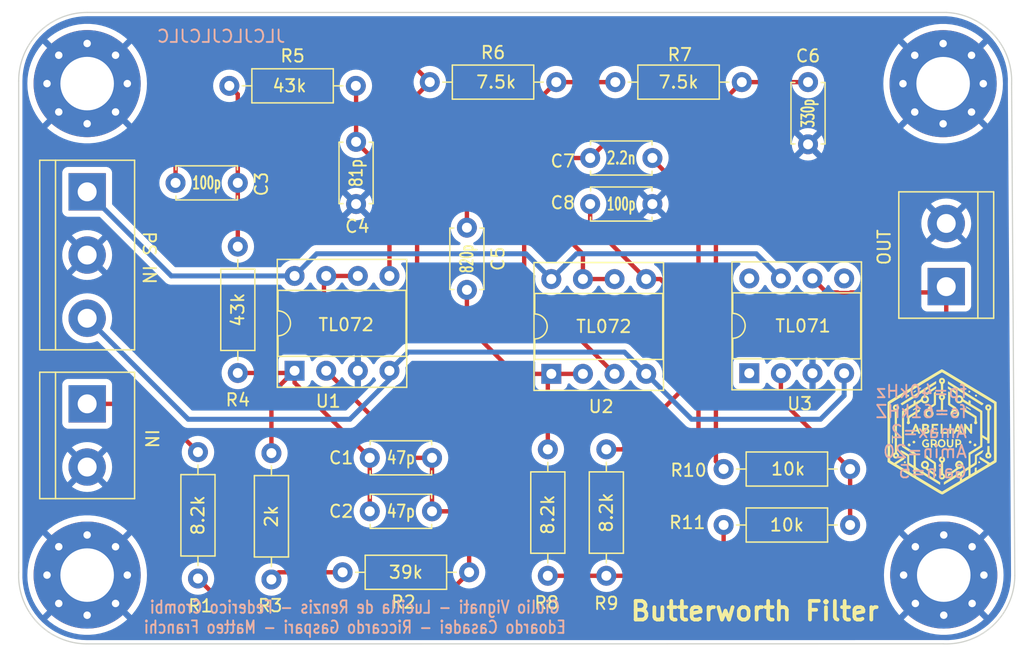
<source format=kicad_pcb>
(kicad_pcb (version 20221018) (generator pcbnew)
  (layers (0 "F.Cu" mixed) (31 "B.Cu" power) (34 "B.Paste" user) (35 "F.Paste" user) (36 "B.SilkS" user "B.Silkscreen") (37 "F.SilkS" user "F.Silkscreen") (38 "B.Mask" user) (39 "F.Mask" user) (44 "Edge.Cuts" user))
  (net 0 "")
  (net 1 "Net-(U1A--)")
  (net 2 "GND")
  (net 3 "Net-(U1B-+)")
  (net 4 "Net-(U1B--)")
  (net 5 "Net-(U2A-+)")
  (net 6 "Net-(U2A--)")
  (net 7 "IN")
  (net 8 "OUT")
  (net 9 "V+")
  (net 10 "V-")
  (net 11 "Net-(U3--)")
  (net 15 "Net-(U2B--)")
  (net 16 "Net-(U2B-+)")
  (net 17 "Net-(C1-Pad2)")
  (net 18 "Net-(C3-Pad1)")
  (net 19 "Net-(C5-Pad1)")
  (net 20 "Net-(C7-Pad1)")
  (net 21 "Net-(R2-Pad2)")
  (footprint "Capacitor_THT:C_Disc_D4.7mm_W2.5mm_P5.00mm" (layer "F.Cu") (at 90.1 56.7 180)
    (fp_text reference "C3" (at -1.9 -0.1 90) (layer "F.SilkS"))
    (fp_text value "100p" (at 2.5 0) (layer "F.SilkS") (effects (font (size 1 0.6))))
    (pad "1" thru_hole circle (at 0 0 180) (size 1.6 1.6) (drill 0.8) (layers "*.Cu" "*.Mask") (net 18 "Net-(C3-Pad1)"))
    (pad "2" thru_hole circle (at 5 0 180) (size 1.6 1.6) (drill 0.8) (layers "*.Cu" "*.Mask") (net 4 "Net-(U1B--)"))
  )
  (footprint "Capacitor_THT:C_Disc_D4.7mm_W2.5mm_P5.00mm" (layer "F.Cu") (at 99.6 53.4 -90)
    (fp_text reference "C4" (at 6.8 -0.1) (layer "F.SilkS"))
    (fp_text value "81p" (at 2.5 0 90) (layer "F.SilkS") (effects (font (size 1 0.8))))
    (pad "1" thru_hole circle (at 0 0 270) (size 1.6 1.6) (drill 0.8) (layers "*.Cu" "*.Mask") (net 3 "Net-(U1B-+)"))
    (pad "2" thru_hole circle (at 5 0 270) (size 1.6 1.6) (drill 0.8) (layers "*.Cu" "*.Mask") (net 2 "GND"))
  )
  (footprint "Capacitor_THT:C_Disc_D4.7mm_W2.5mm_P5.00mm" (layer "F.Cu") (at 123.4 54.7 180)
    (fp_text reference "C7" (at 7.2 -0.25) (layer "F.SilkS"))
    (fp_text value "2.2n" (at 2.5 0) (layer "F.SilkS") (effects (font (size 1 0.7))))
    (pad "1" thru_hole circle (at 0 0 180) (size 1.6 1.6) (drill 0.8) (layers "*.Cu" "*.Mask") (net 20 "Net-(C7-Pad1)"))
    (pad "2" thru_hole circle (at 5 0 180) (size 1.6 1.6) (drill 0.8) (layers "*.Cu" "*.Mask") (net 15 "Net-(U2B--)"))
  )
  (footprint "TerminalBlock:TerminalBlock_bornier-3_P5.08mm" (layer "F.Cu") (at 78 57.42 -90)
    (fp_text reference "J3" hide)
    (fp_text value "Screw_Terminal_01x03" hide)
    (pad "1" thru_hole rect (at 0 0 270) (size 3 3) (drill 1.52) (layers "*.Cu" "*.Mask") (net 9 "V+"))
    (pad "2" thru_hole circle (at 5.08 0 270) (size 3 3) (drill 1.52) (layers "*.Cu" "*.Mask") (net 2 "GND"))
    (pad "3" thru_hole circle (at 10.16 0 270) (size 3 3) (drill 1.52) (layers "*.Cu" "*.Mask") (net 10 "V-"))
  )
  (footprint "Resistor_THT:R_Axial_DIN0207_L6.3mm_D2.5mm_P10.16mm_Horizontal" (layer "F.Cu") (at 89.42 48.9)
    (fp_text reference "R5" (at 5.08 -2.4) (layer "F.SilkS"))
    (fp_text value "43k" (at 4.83 0) (layer "F.SilkS"))
    (pad "1" thru_hole circle (at 0 0) (size 1.6 1.6) (drill 0.8) (layers "*.Cu" "*.Mask") (net 18 "Net-(C3-Pad1)"))
    (pad "2" thru_hole oval (at 10.16 0) (size 1.6 1.6) (drill 0.8) (layers "*.Cu" "*.Mask") (net 3 "Net-(U1B-+)"))
  )
  (footprint "Resistor_THT:R_Axial_DIN0207_L6.3mm_D2.5mm_P10.16mm_Horizontal" (layer "F.Cu") (at 139.28 84.2 180)
    (fp_text reference "R11" (at 13.08 0.2) (layer "F.SilkS"))
    (fp_text value "10k" (at 5.08 0) (layer "F.SilkS"))
    (pad "1" thru_hole circle (at 0 0 180) (size 1.6 1.6) (drill 0.8) (layers "*.Cu" "*.Mask") (net 11 "Net-(U3--)"))
    (pad "2" thru_hole oval (at 10.16 0 180) (size 1.6 1.6) (drill 0.8) (layers "*.Cu" "*.Mask") (net 8 "OUT"))
  )
  (footprint "LOGO" (layer "F.Cu") (at 146.75 76.5)
    (fp_text reference "G***" hide)
    (fp_text value "LOGO" hide)
  )
  (footprint "Package_DIP:DIP-8_W7.62mm_Socket" (layer "F.Cu") (at 115.28 72.05 90)
    (fp_text reference "U2" (at -2.63 4 180) (layer "F.SilkS"))
    (fp_text value "TL072" (at 3.81 4.22 180) (layer "F.SilkS"))
    (pad "1" thru_hole rect (at 0 0 90) (size 1.6 1.6) (drill 0.8) (layers "*.Cu" "*.Mask") (net 6 "Net-(U2A--)"))
    (pad "2" thru_hole oval (at 0 2.54 90) (size 1.6 1.6) (drill 0.8) (layers "*.Cu" "*.Mask") (net 6 "Net-(U2A--)"))
    (pad "3" thru_hole oval (at 0 5.08 90) (size 1.6 1.6) (drill 0.8) (layers "*.Cu" "*.Mask") (net 5 "Net-(U2A-+)"))
    (pad "4" thru_hole oval (at 0 7.62 90) (size 1.6 1.6) (drill 0.8) (layers "*.Cu" "*.Mask") (net 10 "V-"))
    (pad "5" thru_hole oval (at 7.62 7.62 90) (size 1.6 1.6) (drill 0.8) (layers "*.Cu" "*.Mask") (net 16 "Net-(U2B-+)"))
    (pad "6" thru_hole oval (at 7.62 5.08 90) (size 1.6 1.6) (drill 0.8) (layers "*.Cu" "*.Mask") (net 15 "Net-(U2B--)"))
    (pad "7" thru_hole oval (at 7.62 2.54 90) (size 1.6 1.6) (drill 0.8) (layers "*.Cu" "*.Mask") (net 15 "Net-(U2B--)"))
    (pad "8" thru_hole oval (at 7.62 0 90) (size 1.6 1.6) (drill 0.8) (layers "*.Cu" "*.Mask") (net 9 "V+"))
  )
  (footprint "Capacitor_THT:C_Disc_D4.7mm_W2.5mm_P5.00mm" (layer "F.Cu") (at 105.7 83.1 180)
    (fp_text reference "C2" (at 7.3 0 180) (layer "F.SilkS"))
    (fp_text value "47p" (at 2.5 0) (layer "F.SilkS") (effects (font (size 1 0.8))))
    (pad "1" thru_hole circle (at 0 0 180) (size 1.6 1.6) (drill 0.8) (layers "*.Cu" "*.Mask") (net 1 "Net-(U1A--)"))
    (pad "2" thru_hole circle (at 5 0 180) (size 1.6 1.6) (drill 0.8) (layers "*.Cu" "*.Mask") (net 17 "Net-(C1-Pad2)"))
  )
  (footprint "Capacitor_THT:C_Disc_D4.7mm_W2.5mm_P5.00mm" (layer "F.Cu") (at 108.5 60.3 -90)
    (fp_text reference "C5" (at 2.5 -2.5 90) (layer "F.SilkS"))
    (fp_text value "820p" (at 2.5 0 90) (layer "F.SilkS") (effects (font (size 1 0.6))))
    (pad "1" thru_hole circle (at 0 0 270) (size 1.6 1.6) (drill 0.8) (layers "*.Cu" "*.Mask") (net 19 "Net-(C5-Pad1)"))
    (pad "2" thru_hole circle (at 5 0 270) (size 1.6 1.6) (drill 0.8) (layers "*.Cu" "*.Mask") (net 6 "Net-(U2A--)"))
  )
  (footprint "Resistor_THT:R_Axial_DIN0207_L6.3mm_D2.5mm_P10.16mm_Horizontal" (layer "F.Cu") (at 120.42 48.6)
    (fp_text reference "R7" hide)
    (fp_text value "7.5k" (at 5.08 0) (layer "F.SilkS"))
    (fp_text user "${REFERENCE}" (at 5.18 -2.2 180) (layer "F.SilkS"))
    (pad "1" thru_hole circle (at 0 0) (size 1.6 1.6) (drill 0.8) (layers "*.Cu" "*.Mask") (net 19 "Net-(C5-Pad1)"))
    (pad "2" thru_hole oval (at 10.16 0) (size 1.6 1.6) (drill 0.8) (layers "*.Cu" "*.Mask") (net 5 "Net-(U2A-+)"))
  )
  (footprint "MountingHole:MountingHole_4.3mm_M4_Pad_Via" (layer "F.Cu") (at 146.8 88.225)
    (fp_text reference "H3" (at 0 -0.225) (layer "F.SilkS"))
    (fp_text value "MountingHole_Pad" hide)
    (pad "1" thru_hole circle (at -3.225 0) (size 0.9 0.9) (drill 0.6) (layers "*.Cu" "*.Mask") (net 2 "GND"))
    (pad "1" thru_hole circle (at -2.280419 -2.280419) (size 0.9 0.9) (drill 0.6) (layers "*.Cu" "*.Mask") (net 2 "GND"))
    (pad "1" thru_hole circle (at -2.280419 2.280419) (size 0.9 0.9) (drill 0.6) (layers "*.Cu" "*.Mask") (net 2 "GND"))
    (pad "1" thru_hole circle (at 0 -3.225) (size 0.9 0.9) (drill 0.6) (layers "*.Cu" "*.Mask") (net 2 "GND"))
    (pad "1" thru_hole circle (at 0 0) (size 8.6 8.6) (drill 4.3) (layers "*.Cu" "*.Mask") (net 2 "GND"))
    (pad "1" thru_hole circle (at 0 3.225) (size 0.9 0.9) (drill 0.6) (layers "*.Cu" "*.Mask") (net 2 "GND"))
    (pad "1" thru_hole circle (at 2.280419 -2.280419) (size 0.9 0.9) (drill 0.6) (layers "*.Cu" "*.Mask") (net 2 "GND"))
    (pad "1" thru_hole circle (at 2.280419 2.280419) (size 0.9 0.9) (drill 0.6) (layers "*.Cu" "*.Mask") (net 2 "GND"))
    (pad "1" thru_hole circle (at 3.225 0) (size 0.9 0.9) (drill 0.6) (layers "*.Cu" "*.Mask") (net 2 "GND"))
  )
  (footprint "Resistor_THT:R_Axial_DIN0207_L6.3mm_D2.5mm_P10.16mm_Horizontal" (layer "F.Cu") (at 90.1 71.98 90)
    (fp_text reference "R4" (at -2.17 0 180) (layer "F.SilkS"))
    (fp_text value "43k" (at 5.08 0 90) (layer "F.SilkS"))
    (pad "1" thru_hole circle (at 0 0 90) (size 1.6 1.6) (drill 0.8) (layers "*.Cu" "*.Mask") (net 17 "Net-(C1-Pad2)"))
    (pad "2" thru_hole oval (at 10.16 0 90) (size 1.6 1.6) (drill 0.8) (layers "*.Cu" "*.Mask") (net 18 "Net-(C3-Pad1)"))
  )
  (footprint "Capacitor_THT:C_Disc_D4.7mm_W2.5mm_P5.00mm" (layer "F.Cu") (at 135.9 48.6 -90)
    (fp_text reference "C6" (at -2.1 0 -180) (layer "F.SilkS"))
    (fp_text value "330p" (at 2.5 0 90) (layer "F.SilkS") (effects (font (size 1 0.6))))
    (pad "1" thru_hole circle (at 0 0 270) (size 1.6 1.6) (drill 0.8) (layers "*.Cu" "*.Mask") (net 5 "Net-(U2A-+)"))
    (pad "2" thru_hole circle (at 5 0 270) (size 1.6 1.6) (drill 0.8) (layers "*.Cu" "*.Mask") (net 2 "GND"))
  )
  (footprint "Package_DIP:DIP-8_W7.62mm_Socket" (layer "F.Cu") (at 131.18 72 90)
    (fp_text reference "U3" (at -2.45 4.05 180) (layer "F.SilkS"))
    (fp_text value "TL071" (at 3.8 4.32 180) (layer "F.SilkS"))
    (pad "1" thru_hole rect (at 0 0 90) (size 1.6 1.6) (drill 0.8) (layers "*.Cu" "*.Mask"))
    (pad "2" thru_hole oval (at 0 2.54 90) (size 1.6 1.6) (drill 0.8) (layers "*.Cu" "*.Mask") (net 11 "Net-(U3--)"))
    (pad "3" thru_hole oval (at 0 5.08 90) (size 1.6 1.6) (drill 0.8) (layers "*.Cu" "*.Mask") (net 2 "GND"))
    (pad "4" thru_hole oval (at 0 7.62 90) (size 1.6 1.6) (drill 0.8) (layers "*.Cu" "*.Mask") (net 10 "V-"))
    (pad "5" thru_hole oval (at 7.62 7.62 90) (size 1.6 1.6) (drill 0.8) (layers "*.Cu" "*.Mask"))
    (pad "6" thru_hole oval (at 7.62 5.08 90) (size 1.6 1.6) (drill 0.8) (layers "*.Cu" "*.Mask") (net 8 "OUT"))
    (pad "7" thru_hole oval (at 7.62 2.54 90) (size 1.6 1.6) (drill 0.8) (layers "*.Cu" "*.Mask") (net 9 "V+"))
    (pad "8" thru_hole oval (at 7.62 0 90) (size 1.6 1.6) (drill 0.8) (layers "*.Cu" "*.Mask"))
  )
  (footprint "TerminalBlock:TerminalBlock_bornier-2_P5.08mm" (layer "F.Cu") (at 147 65.04 90)
    (fp_text reference "J2" hide)
    (fp_text value "Screw_Terminal_01x02" hide)
    (pad "1" thru_hole rect (at 0 0 90) (size 3 3) (drill 1.52) (layers "*.Cu" "*.Mask") (net 8 "OUT"))
    (pad "2" thru_hole circle (at 5.08 0 90) (size 3 3) (drill 1.52) (layers "*.Cu" "*.Mask") (net 2 "GND"))
  )
  (footprint "Resistor_THT:R_Axial_DIN0207_L6.3mm_D2.5mm_P10.16mm_Horizontal" (layer "F.Cu") (at 115 78.12 -90)
    (fp_text reference "R8" (at 12.33 0.1 -180) (layer "F.SilkS"))
    (fp_text value "8.2k" (at 5.25 0 90) (layer "F.SilkS"))
    (pad "1" thru_hole circle (at 0 0 270) (size 1.6 1.6) (drill 0.8) (layers "*.Cu" "*.Mask") (net 6 "Net-(U2A--)"))
    (pad "2" thru_hole oval (at 10.16 0 270) (size 1.6 1.6) (drill 0.8) (layers "*.Cu" "*.Mask") (net 20 "Net-(C7-Pad1)"))
  )
  (footprint "MountingHole:MountingHole_4.3mm_M4_Pad_Via" (layer "F.Cu") (at 146.75 48.725)
    (fp_text reference "H4" (at 0 0.1) (layer "F.SilkS"))
    (fp_text value "MountingHole_Pad" hide)
    (pad "1" thru_hole circle (at -3.225 0) (size 0.9 0.9) (drill 0.6) (layers "*.Cu" "*.Mask") (net 2 "GND"))
    (pad "1" thru_hole circle (at -2.280419 -2.280419) (size 0.9 0.9) (drill 0.6) (layers "*.Cu" "*.Mask") (net 2 "GND"))
    (pad "1" thru_hole circle (at -2.280419 2.280419) (size 0.9 0.9) (drill 0.6) (layers "*.Cu" "*.Mask") (net 2 "GND"))
    (pad "1" thru_hole circle (at 0 -3.225) (size 0.9 0.9) (drill 0.6) (layers "*.Cu" "*.Mask") (net 2 "GND"))
    (pad "1" thru_hole circle (at 0 0) (size 8.6 8.6) (drill 4.3) (layers "*.Cu" "*.Mask") (net 2 "GND"))
    (pad "1" thru_hole circle (at 0 3.225) (size 0.9 0.9) (drill 0.6) (layers "*.Cu" "*.Mask") (net 2 "GND"))
    (pad "1" thru_hole circle (at 2.280419 -2.280419) (size 0.9 0.9) (drill 0.6) (layers "*.Cu" "*.Mask") (net 2 "GND"))
    (pad "1" thru_hole circle (at 2.280419 2.280419) (size 0.9 0.9) (drill 0.6) (layers "*.Cu" "*.Mask") (net 2 "GND"))
    (pad "1" thru_hole circle (at 3.225 0) (size 0.9 0.9) (drill 0.6) (layers "*.Cu" "*.Mask") (net 2 "GND"))
  )
  (footprint "Resistor_THT:R_Axial_DIN0207_L6.3mm_D2.5mm_P10.16mm_Horizontal" (layer "F.Cu") (at 92.8 88.58 90)
    (fp_text reference "R3" (at -2.1 -0.1 180) (layer "F.SilkS"))
    (fp_text value "2k" (at 5.08 0 90) (layer "F.SilkS"))
    (pad "1" thru_hole circle (at 0 0 90) (size 1.6 1.6) (drill 0.8) (layers "*.Cu" "*.Mask") (net 21 "Net-(R2-Pad2)"))
    (pad "2" thru_hole oval (at 10.16 0 90) (size 1.6 1.6) (drill 0.8) (layers "*.Cu" "*.Mask") (net 17 "Net-(C1-Pad2)"))
  )
  (footprint "Resistor_THT:R_Axial_DIN0207_L6.3mm_D2.5mm_P10.16mm_Horizontal" (layer "F.Cu") (at 105.52 48.6)
    (fp_text reference "R6" (at 5.08 -2.37) (layer "F.SilkS"))
    (fp_text value "7.5k" (at 5.33 0) (layer "F.SilkS"))
    (pad "1" thru_hole circle (at 0 0) (size 1.6 1.6) (drill 0.8) (layers "*.Cu" "*.Mask") (net 4 "Net-(U1B--)"))
    (pad "2" thru_hole oval (at 10.16 0) (size 1.6 1.6) (drill 0.8) (layers "*.Cu" "*.Mask") (net 19 "Net-(C5-Pad1)"))
  )
  (footprint "Resistor_THT:R_Axial_DIN0207_L6.3mm_D2.5mm_P10.16mm_Horizontal" (layer "F.Cu") (at 108.68 88 180)
    (fp_text reference "R2" (at 5.28 -2.4) (layer "F.SilkS"))
    (fp_text value "39k" (at 5.08 0) (layer "F.SilkS"))
    (pad "1" thru_hole circle (at 0 0 180) (size 1.6 1.6) (drill 0.8) (layers "*.Cu" "*.Mask") (net 1 "Net-(U1A--)"))
    (pad "2" thru_hole oval (at 10.16 0 180) (size 1.6 1.6) (drill 0.8) (layers "*.Cu" "*.Mask") (net 21 "Net-(R2-Pad2)"))
  )
  (footprint "Resistor_THT:R_Axial_DIN0207_L6.3mm_D2.5mm_P10.16mm_Horizontal" (layer "F.Cu") (at 129.12 79.7)
    (fp_text reference "R10" (at -2.82 0.1) (layer "F.SilkS"))
    (fp_text value "10k" (at 5.18 0) (layer "F.SilkS"))
    (pad "1" thru_hole circle (at 0 0) (size 1.6 1.6) (drill 0.8) (layers "*.Cu" "*.Mask") (net 15 "Net-(U2B--)"))
    (pad "2" thru_hole oval (at 10.16 0) (size 1.6 1.6) (drill 0.8) (layers "*.Cu" "*.Mask") (net 11 "Net-(U3--)"))
  )
  (footprint "Capacitor_THT:C_Disc_D4.7mm_W2.5mm_P5.00mm" (layer "F.Cu") (at 105.7 78.8 180)
    (fp_text reference "C1" (at 7.3 0 180) (layer "F.SilkS"))
    (fp_text value "47p" (at 2.5 0) (layer "F.SilkS") (effects (font (size 1 0.8))))
    (pad "1" thru_hole circle (at 0 0 180) (size 1.6 1.6) (drill 0.8) (layers "*.Cu" "*.Mask") (net 1 "Net-(U1A--)"))
    (pad "2" thru_hole circle (at 5 0 180) (size 1.6 1.6) (drill 0.8) (layers "*.Cu" "*.Mask") (net 17 "Net-(C1-Pad2)"))
  )
  (footprint "Resistor_THT:R_Axial_DIN0207_L6.3mm_D2.5mm_P10.16mm_Horizontal" (layer "F.Cu") (at 119.7 88.28 90)
    (fp_text reference "R9" (at -2.22 0 180) (layer "F.SilkS"))
    (fp_text value "8.2k" (at 5.08 0 90) (layer "F.SilkS"))
    (pad "1" thru_hole circle (at 0 0 90) (size 1.6 1.6) (drill 0.8) (layers "*.Cu" "*.Mask") (net 20 "Net-(C7-Pad1)"))
    (pad "2" thru_hole oval (at 10.16 0 90) (size 1.6 1.6) (drill 0.8) (layers "*.Cu" "*.Mask") (net 16 "Net-(U2B-+)"))
  )
  (footprint "MountingHole:MountingHole_4.3mm_M4_Pad_Via" (layer "F.Cu") (at 78 88.225)
    (fp_text reference "H2" (at 0 -0.225) (layer "F.SilkS"))
    (fp_text value "MountingHole_Pad" hide)
    (pad "1" thru_hole circle (at -3.225 0) (size 0.9 0.9) (drill 0.6) (layers "*.Cu" "*.Mask") (net 2 "GND"))
    (pad "1" thru_hole circle (at -2.280419 -2.280419) (size 0.9 0.9) (drill 0.6) (layers "*.Cu" "*.Mask") (net 2 "GND"))
    (pad "1" thru_hole circle (at -2.280419 2.280419) (size 0.9 0.9) (drill 0.6) (layers "*.Cu" "*.Mask") (net 2 "GND"))
    (pad "1" thru_hole circle (at 0 -3.225) (size 0.9 0.9) (drill 0.6) (layers "*.Cu" "*.Mask") (net 2 "GND"))
    (pad "1" thru_hole circle (at 0 0) (size 8.6 8.6) (drill 4.3) (layers "*.Cu" "*.Mask") (net 2 "GND"))
    (pad "1" thru_hole circle (at 0 3.225) (size 0.9 0.9) (drill 0.6) (layers "*.Cu" "*.Mask") (net 2 "GND"))
    (pad "1" thru_hole circle (at 2.280419 -2.280419) (size 0.9 0.9) (drill 0.6) (layers "*.Cu" "*.Mask") (net 2 "GND"))
    (pad "1" thru_hole circle (at 2.280419 2.280419) (size 0.9 0.9) (drill 0.6) (layers "*.Cu" "*.Mask") (net 2 "GND"))
    (pad "1" thru_hole circle (at 3.225 0) (size 0.9 0.9) (drill 0.6) (layers "*.Cu" "*.Mask") (net 2 "GND"))
  )
  (footprint "Package_DIP:DIP-8_W7.62mm_Socket" (layer "F.Cu") (at 94.66 71.8 90)
    (fp_text reference "U1" hide)
    (fp_text value "TL072" (at 3.7 4.14 180) (layer "F.SilkS"))
    (fp_text user "${REFERENCE}" (at -2.45 2.7 180) (layer "F.SilkS"))
    (pad "1" thru_hole rect (at 0 0 90) (size 1.6 1.6) (drill 0.8) (layers "*.Cu" "*.Mask") (net 17 "Net-(C1-Pad2)"))
    (pad "2" thru_hole oval (at 0 2.54 90) (size 1.6 1.6) (drill 0.8) (layers "*.Cu" "*.Mask") (net 1 "Net-(U1A--)"))
    (pad "3" thru_hole oval (at 0 5.08 90) (size 1.6 1.6) (drill 0.8) (layers "*.Cu" "*.Mask") (net 2 "GND"))
    (pad "4" thru_hole oval (at 0 7.62 90) (size 1.6 1.6) (drill 0.8) (layers "*.Cu" "*.Mask") (net 10 "V-"))
    (pad "5" thru_hole oval (at 7.62 7.62 90) (size 1.6 1.6) (drill 0.8) (layers "*.Cu" "*.Mask") (net 3 "Net-(U1B-+)"))
    (pad "6" thru_hole oval (at 7.62 5.08 90) (size 1.6 1.6) (drill 0.8) (layers "*.Cu" "*.Mask") (net 4 "Net-(U1B--)"))
    (pad "7" thru_hole oval (at 7.62 2.54 90) (size 1.6 1.6) (drill 0.8) (layers "*.Cu" "*.Mask") (net 4 "Net-(U1B--)"))
    (pad "8" thru_hole oval (at 7.62 0 90) (size 1.6 1.6) (drill 0.8) (layers "*.Cu" "*.Mask") (net 9 "V+"))
  )
  (footprint "Resistor_THT:R_Axial_DIN0207_L6.3mm_D2.5mm_P10.16mm_Horizontal" (layer "F.Cu") (at 86.9 78.34 -90)
    (fp_text reference "R1" (at 12.36 -0.2) (layer "F.SilkS"))
    (fp_text value "8.2k" (at 5.08 0 90) (layer "F.SilkS"))
    (pad "1" thru_hole circle (at 0 0 270) (size 1.6 1.6) (drill 0.8) (layers "*.Cu" "*.Mask") (net 7 "IN"))
    (pad "2" thru_hole oval (at 10.16 0 270) (size 1.6 1.6) (drill 0.8) (layers "*.Cu" "*.Mask") (net 1 "Net-(U1A--)"))
  )
  (footprint "Capacitor_THT:C_Disc_D4.7mm_W2.5mm_P5.00mm" (layer "F.Cu") (at 118.4 58.4)
    (fp_text reference "C8" (at -2.2 -0.1) (layer "F.SilkS"))
    (fp_text value "100p" (at 2.5 0) (layer "F.SilkS") (effects (font (size 1 0.6))))
    (pad "1" thru_hole circle (at 0 0) (size 1.6 1.6) (drill 0.8) (layers "*.Cu" "*.Mask") (net 16 "Net-(U2B-+)"))
    (pad "2" thru_hole circle (at 5 0) (size 1.6 1.6) (drill 0.8) (layers "*.Cu" "*.Mask") (net 2 "GND"))
  )
  (footprint "TerminalBlock:TerminalBlock_bornier-2_P5.08mm" (layer "F.Cu") (at 78 74.46 -90)
    (fp_text reference "J1" hide)
    (fp_text value "Screw_Terminal_01x02" hide)
    (pad "1" thru_hole rect (at 0 0 270) (size 3 3) (drill 1.52) (layers "*.Cu" "*.Mask") (net 7 "IN"))
    (pad "2" thru_hole circle (at 5.08 0 270) (size 3 3) (drill 1.52) (layers "*.Cu" "*.Mask") (net 2 "GND"))
  )
  (footprint "MountingHole:MountingHole_4.3mm_M4_Pad_Via" (layer "F.Cu") (at 78 48.719581)
    (fp_text reference "H1" (at 0 -0.219581) (layer "F.SilkS"))
    (fp_text value "MountingHole_Pad" hide)
    (pad "1" thru_hole circle (at -3.225 0) (size 0.9 0.9) (drill 0.6) (layers "*.Cu" "*.Mask") (net 2 "GND"))
    (pad "1" thru_hole circle (at -2.280419 -2.280419) (size 0.9 0.9) (drill 0.6) (layers "*.Cu" "*.Mask") (net 2 "GND"))
    (pad "1" thru_hole circle (at -2.280419 2.280419) (size 0.9 0.9) (drill 0.6) (layers "*.Cu" "*.Mask") (net 2 "GND"))
    (pad "1" thru_hole circle (at 0 -3.225) (size 0.9 0.9) (drill 0.6) (layers "*.Cu" "*.Mask") (net 2 "GND"))
    (pad "1" thru_hole circle (at 0 0) (size 8.6 8.6) (drill 4.3) (layers "*.Cu" "*.Mask") (net 2 "GND"))
    (pad "1" thru_hole circle (at 0 3.225) (size 0.9 0.9) (drill 0.6) (layers "*.Cu" "*.Mask") (net 2 "GND"))
    (pad "1" thru_hole circle (at 2.280419 -2.280419) (size 0.9 0.9) (drill 0.6) (layers "*.Cu" "*.Mask") (net 2 "GND"))
    (pad "1" thru_hole circle (at 2.280419 2.280419) (size 0.9 0.9) (drill 0.6) (layers "*.Cu" "*.Mask") (net 2 "GND"))
    (pad "1" thru_hole circle (at 3.225 0) (size 0.9 0.9) (drill 0.6) (layers "*.Cu" "*.Mask") (net 2 "GND"))
  )
  (gr_arc (start 72.5 48.5) (mid 74.110913 44.610913) (end 78 43) (stroke (width 0.1)) (layer "Edge.Cuts"))
  (gr_arc (start 146.999999 43.000027) (mid 150.815854 44.787706) (end 152.249999 48.75) (stroke (width 0.1)) (layer "Edge.Cuts"))
  (gr_arc (start 78 93.755678) (mid 74.019491 92.053687) (end 72.500001 88) (stroke (width 0.1)) (layer "Edge.Cuts"))
  (gr_line (start 78 43) (end 147 43) (stroke (width 0.1)) (layer "Edge.Cuts"))
  (gr_line (start 152.25 48.75) (end 152.505678 88.25) (stroke (width 0.1)) (layer "Edge.Cuts"))
  (gr_arc (start 152.505678 88.25) (mid 150.803687 92.230509) (end 146.75 93.749999) (stroke (width 0.1)) (layer "Edge.Cuts"))
  (gr_line (start 72.5 48.5) (end 72.5 88) (stroke (width 0.1)) (layer "Edge.Cuts"))
  (gr_line (start 78 93.755678) (end 146.75 93.75) (stroke (width 0.1)) (layer "Edge.Cuts"))
  (gr_text "fp=40kHz\nfs=61kHZ\nAmax=2\nAmin=20\nGain=5" (at 148.75 80.5) (layer "B.SilkS") (effects (font (size 1 1)) (justify left bottom mirror)))
  (gr_text "Giulio Vignati - Lucilla de Renzis - Federico Crombi\nEdoardo Casadei - Riccardo Gaspari - Matteo Franchi\n" (at 99.5 93) (layer "B.SilkS") (effects (font (size 1 0.8)) (justify bottom mirror)))
  (gr_text "JLCJLCJLCJLC" (at 94 45.5) (layer "B.SilkS") (effects (font (size 1 1)) (justify left bottom mirror)))
  (gr_text "PS IN" (at 82.4 60.5 -90) (layer "F.SilkS") (effects (font (size 1 1)) (justify left bottom)))
  (gr_text "IN" (at 82.6 76.4 -90) (layer "F.SilkS") (effects (font (size 1 1)) (justify left bottom)))
  (gr_text "OUT\n" (at 142.6 63.4 90) (layer "F.SilkS") (effects (font (size 1 1)) (justify left bottom)))
  (gr_text "Butterworth Filter " (at 121.5 92) (layer "F.SilkS") (effects (font (size 1.5 1.5) (thickness 0.3) bold) (justify left bottom)))
  (segment (start 90.7 92.3) (end 104.38 92.3) (width 0.35) (layer "F.Cu") (net 1))
  (segment (start 86.9 88.5) (end 90.7 92.3) (width 0.35) (layer "F.Cu") (net 1))
  (segment (start 107.1 83.1) (end 105.7 83.1) (width 0.35) (layer "F.Cu") (net 1))
  (segment (start 104.38 92.3) (end 108.68 88) (width 0.35) (layer "F.Cu") (net 1))
  (segment (start 97.2 71.8) (end 104.2 78.8) (width 0.35) (layer "F.Cu") (net 1))
  (segment (start 108.68 84.68) (end 107.1 83.1) (width 0.35) (layer "F.Cu") (net 1))
  (segment (start 105.7 83.1) (end 105.7 78.8) (width 0.35) (layer "F.Cu") (net 1))
  (segment (start 104.2 78.8) (end 105.7 78.8) (width 0.35) (layer "F.Cu") (net 1))
  (segment (start 108.68 88) (end 108.68 84.68) (width 0.35) (layer "F.Cu") (net 1))
  (segment (start 149.75 85.275) (end 146.8 88.225) (width 0.25) (layer "B.Cu") (net 2))
  (segment (start 102.28 56.08) (end 99.6 53.4) (width 0.35) (layer "F.Cu") (net 3))
  (segment (start 99.6 48.92) (end 99.58 48.9) (width 0.35) (layer "F.Cu") (net 3))
  (segment (start 99.6 53.4) (end 99.6 48.92) (width 0.35) (layer "F.Cu") (net 3))
  (segment (start 102.28 64.18) (end 102.28 56.08) (width 0.35) (layer "F.Cu") (net 3))
  (segment (start 104.5 67.3) (end 104.5 49.62) (width 0.35) (layer "F.Cu") (net 4))
  (segment (start 97.2 64.18) (end 99.74 64.18) (width 0.35) (layer "F.Cu") (net 4))
  (segment (start 102.12 45.2) (end 105.52 48.6) (width 0.35) (layer "F.Cu") (net 4))
  (segment (start 97.02 64.38) (end 97.02 66.02) (width 0.35) (layer "F.Cu") (net 4))
  (segment (start 97.02 66.02) (end 99.5 68.5) (width 0.35) (layer "F.Cu") (net 4))
  (segment (start 87.8 45.2) (end 102.12 45.2) (width 0.35) (layer "F.Cu") (net 4))
  (segment (start 99.5 68.5) (end 103.3 68.5) (width 0.35) (layer "F.Cu") (net 4))
  (segment (start 85.1 56.7) (end 85.1 47.9) (width 0.35) (layer "F.Cu") (net 4))
  (segment (start 85.1 47.9) (end 87.8 45.2) (width 0.35) (layer "F.Cu") (net 4))
  (segment (start 103.3 68.5) (end 104.5 67.3) (width 0.35) (layer "F.Cu") (net 4))
  (segment (start 104.5 49.62) (end 105.52 48.6) (width 0.35) (layer "F.Cu") (net 4))
  (segment (start 120.36 72.05) (end 113.1 64.79) (width 0.35) (layer "F.Cu") (net 5))
  (segment (start 130.58 48.6) (end 135.9 48.6) (width 0.35) (layer "F.Cu") (net 5))
  (segment (start 113.1 55.5) (end 117.1 51.5) (width 0.35) (layer "F.Cu") (net 5))
  (segment (start 127.68 51.5) (end 130.58 48.6) (width 0.35) (layer "F.Cu") (net 5))
  (segment (start 117.1 51.5) (end 127.68 51.5) (width 0.35) (layer "F.Cu") (net 5))
  (segment (start 113.1 64.79) (end 113.1 55.5) (width 0.35) (layer "F.Cu") (net 5))
  (segment (start 112.35 72.05) (end 115.28 72.05) (width 0.35) (layer "F.Cu") (net 6))
  (segment (start 108.5 65.3) (end 108.5 68.2) (width 0.35) (layer "F.Cu") (net 6))
  (segment (start 115.28 72.05) (end 117.82 72.05) (width 0.35) (layer "F.Cu") (net 6))
  (segment (start 115 78.12) (end 115 72.33) (width 0.35) (layer "F.Cu") (net 6))
  (segment (start 115 72.33) (end 115.28 72.05) (width 0.25) (layer "F.Cu") (net 6))
  (segment (start 108.5 68.2) (end 112.35 72.05) (width 0.35) (layer "F.Cu") (net 6))
  (segment (start 83.02 74.46) (end 86.9 78.34) (width 0.35) (layer "F.Cu") (net 7))
  (segment (start 78 74.46) (end 83.02 74.46) (width 0.35) (layer "F.Cu") (net 7))
  (segment (start 139.336701 65.505) (end 146.535 65.505) (width 0.35) (layer "F.Cu") (net 8))
  (segment (start 139.3 87.4) (end 147 79.7) (width 0.35) (layer "F.Cu") (net 8))
  (segment (start 138.263299 65.505) (end 138.313299 65.555) (width 0.35) (layer "F.Cu") (net 8))
  (segment (start 129.12 86.22) (end 130.3 87.4) (width 0.35) (layer "F.Cu") (net 8))
  (segment (start 147 79.7) (end 147 65.04) (width 0.35) (layer "F.Cu") (net 8))
  (segment (start 136.26 64.38) (end 137.385 65.505) (width 0.35) (layer "F.Cu") (net 8))
  (segment (start 138.313299 65.555) (end 139.286701 65.555) (width 0.35) (layer "F.Cu") (net 8))
  (segment (start 146.535 65.505) (end 147 65.04) (width 0.35) (layer "F.Cu") (net 8))
  (segment (start 130.3 87.4) (end 139.3 87.4) (width 0.35) (layer "F.Cu") (net 8))
  (segment (start 139.286701 65.555) (end 139.336701 65.505) (width 0.35) (layer "F.Cu") (net 8))
  (segment (start 129.12 84.2) (end 129.12 86.22) (width 0.35) (layer "F.Cu") (net 8))
  (segment (start 137.385 65.505) (end 138.263299 65.505) (width 0.35) (layer "F.Cu") (net 8))
  (segment (start 78 57.42) (end 84.76 64.18) (width 0.4) (layer "B.Cu") (net 9))
  (segment (start 117.31 62.4) (end 131.74 62.4) (width 0.4) (layer "B.Cu") (net 9))
  (segment (start 131.74 62.4) (end 133.72 64.38) (width 0.4) (layer "B.Cu") (net 9))
  (segment (start 113.25 62.4) (end 115.28 64.43) (width 0.4) (layer "B.Cu") (net 9))
  (segment (start 115.28 64.43) (end 117.31 62.4) (width 0.4) (layer "B.Cu") (net 9))
  (segment (start 84.76 64.18) (end 94.66 64.18) (width 0.4) (layer "B.Cu") (net 9))
  (segment (start 96.44 62.4) (end 113.25 62.4) (width 0.4) (layer "B.Cu") (net 9))
  (segment (start 94.66 64.18) (end 96.44 62.4) (width 0.4) (layer "B.Cu") (net 9))
  (segment (start 122.9 72.05) (end 126.55 75.7) (width 0.4) (layer "B.Cu") (net 10))
  (segment (start 99.1 75.7) (end 102.28 72.52) (width 0.4) (layer "B.Cu") (net 10))
  (segment (start 121.15 70.3) (end 122.9 72.05) (width 0.4) (layer "B.Cu") (net 10))
  (segment (start 126.55 75.7) (end 136.9 75.7) (width 0.4) (layer "B.Cu") (net 10))
  (segment (start 78 67.58) (end 86.12 75.7) (width 0.4) (layer "B.Cu") (net 10))
  (segment (start 136.9 75.7) (end 138.8 73.8) (width 0.4) (layer "B.Cu") (net 10))
  (segment (start 102.28 72.52) (end 102.28 71.8) (width 0.4) (layer "B.Cu") (net 10))
  (segment (start 103.78 70.3) (end 121.15 70.3) (width 0.4) (layer "B.Cu") (net 10))
  (segment (start 138.8 73.8) (end 138.8 72) (width 0.4) (layer "B.Cu") (net 10))
  (segment (start 102.28 71.8) (end 103.78 70.3) (width 0.4) (layer "B.Cu") (net 10))
  (segment (start 86.12 75.7) (end 99.1 75.7) (width 0.4) (layer "B.Cu") (net 10))
  (segment (start 133.72 74.14) (end 139.28 79.7) (width 0.35) (layer "F.Cu") (net 11))
  (segment (start 139.28 84.2) (end 139.28 79.7) (width 0.35) (layer "F.Cu") (net 11))
  (segment (start 133.72 72) (end 133.72 74.14) (width 0.35) (layer "F.Cu") (net 11))
  (segment (start 120.4 52.7) (end 125.6 52.7) (width 0.35) (layer "F.Cu") (net 15))
  (segment (start 114.9 59.5) (end 114.9 56.3) (width 0.35) (layer "F.Cu") (net 15))
  (segment (start 128.5 79.08) (end 129.12 79.7) (width 0.35) (layer "F.Cu") (net 15))
  (segment (start 125.6 52.7) (end 128.5 55.6) (width 0.35) (layer "F.Cu") (net 15))
  (segment (start 116.5 54.7) (end 118.4 54.7) (width 0.35) (layer "F.Cu") (net 15))
  (segment (start 117.82 64.43) (end 120.36 64.43) (width 0.35) (layer "F.Cu") (net 15))
  (segment (start 114.9 56.3) (end 116.5 54.7) (width 0.35) (layer "F.Cu") (net 15))
  (segment (start 117.82 64.43) (end 117.82 62.42) (width 0.35) (layer "F.Cu") (net 15))
  (segment (start 128.5 55.6) (end 128.5 79.08) (width 0.35) (layer "F.Cu") (net 15))
  (segment (start 117.82 62.42) (end 114.9 59.5) (width 0.35) (layer "F.Cu") (net 15))
  (segment (start 118.4 54.7) (end 120.4 52.7) (width 0.35) (layer "F.Cu") (net 15))
  (segment (start 125.6 73.52) (end 125.6 66) (width 0.35) (layer "F.Cu") (net 16))
  (segment (start 124.03 64.43) (end 122.9 64.43) (width 0.35) (layer "F.Cu") (net 16))
  (segment (start 119.7 78.12) (end 121 78.12) (width 0.35) (layer "F.Cu") (net 16))
  (segment (start 118.4 59.93) (end 122.9 64.43) (width 0.35) (layer "F.Cu") (net 16))
  (segment (start 125.6 66) (end 124.03 64.43) (width 0.35) (layer "F.Cu") (net 16))
  (segment (start 118.4 58.4) (end 118.4 59.93) (width 0.35) (layer "F.Cu") (net 16))
  (segment (start 121 78.12) (end 125.6 73.52) (width 0.35) (layer "F.Cu") (net 16))
  (segment (start 94.46 71.98) (end 94.48 72) (width 0.25) (layer "F.Cu") (net 17))
  (segment (start 94.66 72.76) (end 94.66 71.8) (width 0.35) (layer "F.Cu") (net 17))
  (segment (start 92.8 78.42) (end 92.8 73.66) (width 0.35) (layer "F.Cu") (net 17))
  (segment (start 100.7 83.1) (end 100.7 78.8) (width 0.35) (layer "F.Cu") (net 17))
  (segment (start 100.7 78.8) (end 94.66 72.76) (width 0.35) (layer "F.Cu") (net 17))
  (segment (start 90.1 71.98) (end 94.46 71.98) (width 0.35) (layer "F.Cu") (net 17))
  (segment (start 92.8 73.66) (end 94.66 71.8) (width 0.35) (layer "F.Cu") (net 17))
  (segment (start 90.1 56.7) (end 90.1 49.58) (width 0.35) (layer "F.Cu") (net 18))
  (segment (start 90.1 61.82) (end 90.1 56.7) (width 0.35) (layer "F.Cu") (net 18))
  (segment (start 90.1 49.58) (end 89.42 48.9) (width 0.35) (layer "F.Cu") (net 18))
  (segment (start 108.5 55.78) (end 108.5 60.3) (width 0.35) (layer "F.Cu") (net 19))
  (segment (start 120.42 48.6) (end 115.68 48.6) (width 0.35) (layer "F.Cu") (net 19))
  (segment (start 108.5 55.78) (end 115.68 48.6) (width 0.35) (layer "F.Cu") (net 19))
  (segment (start 123.4 54.8) (end 127.1 58.5) (width 0.35) (layer "F.Cu") (net 20))
  (segment (start 123.62 88.28) (end 119.7 88.28) (width 0.35) (layer "F.Cu") (net 20))
  (segment (start 119.7 88.28) (end 115 88.28) (width 0.35) (layer "F.Cu") (net 20))
  (segment (start 123.4 54.7) (end 123.4 54.8) (width 0.25) (layer "F.Cu") (net 20))
  (segment (start 127.1 84.8) (end 123.62 88.28) (width 0.35) (layer "F.Cu") (net 20))
  (segment (start 127.1 58.5) (end 127.1 84.8) (width 0.35) (layer "F.Cu") (net 20))
  (segment (start 98.52 88) (end 93.38 88) (width 0.35) (layer "F.Cu") (net 21))
  (segment (start 93.38 88) (end 92.8 88.58) (width 0.25) (layer "F.Cu") (net 21))
  (zone (net 2) (net_name "GND") (layer "B.Cu") (connect_pads (clearance 0.5)) (min_thickness 0.25) (fill yes (thermal_gap 0.5) (thermal_bridge_width 0.5))
    (polygon (pts (xy 72 42.25) (xy 153.25 42) (xy 153 94.5) (xy 71 94.5) (xy 71.75 42.75)))
  )
)
</source>
